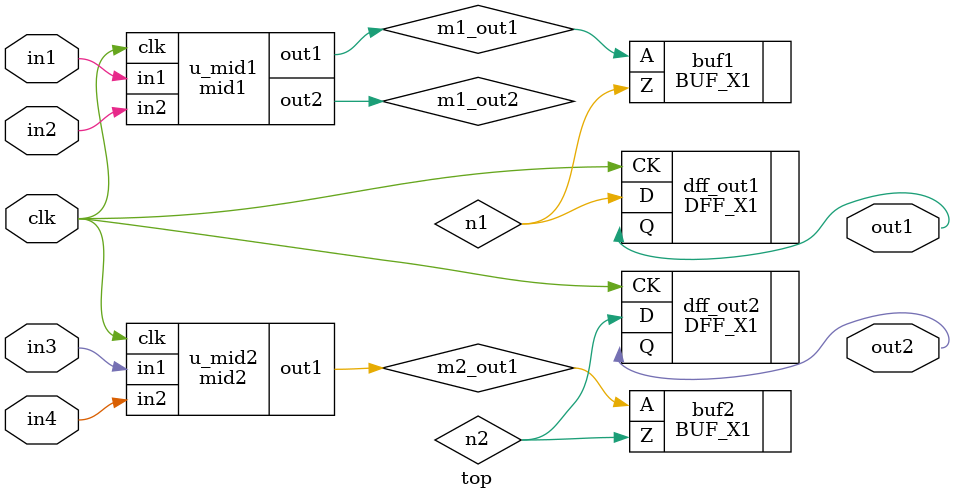
<source format=v>
module leaf1 (
  input clk,
  input in1,
  output out1
);

  wire n1, n2, n3;
  DFF_X1 dff1 (.D(in1), .CK(clk), .Q(n1));
  BUF_X1 buf1 (.A(n1), .Z(n2));
  BUF_X1 buf2 (.A(n2), .Z(n3));
  DFF_X1 dff2 (.D(n3), .CK(clk), .Q(out1));

endmodule

// Defines a leaf-level module with fanout, where one signal drives
// multiple buffers and registers. This introduces path divergence.
module leaf2 (
  input clk,
  input in1,
  output out1,
  output out2
);

  wire n1, n2, n3;
  DFF_X1 dff1 (.D(in1), .CK(clk), .Q(n1));
  BUF_X1 buf1 (.A(n1), .Z(n2));
  BUF_X1 buf2 (.A(n1), .Z(n3));
  DFF_X1 dff2 (.D(n2), .CK(clk), .Q(out1));
  DFF_X1 dff3 (.D(n3), .CK(clk), .Q(out2));

endmodule

// Defines a leaf-level module with a longer buffer chain to create
// a path with more significant delay.
module leaf3 (
  input clk,
  input in1,
  output out1
);

  wire n1, n2, n3, n4, n5;
  DFF_X1 dff1 (.D(in1), .CK(clk), .Q(n1));
  BUF_X1 buf1 (.A(n1), .Z(n2));
  BUF_X1 buf2 (.A(n2), .Z(n3));
  BUF_X1 buf3 (.A(n3), .Z(n4));
  BUF_X1 buf4 (.A(n4), .Z(n5));
  DFF_X1 dff2 (.D(n5), .CK(clk), .Q(out1));

endmodule

// Defines a simple leaf-level module that registers its input.
// This serves as a basic sequential element.
module leaf4 (
  input clk,
  input in1,
  output out1
);

  DFF_X1 dff1 (.D(in1), .CK(clk), .Q(out1));

endmodule

// Defines a mid-level module that instantiates leaf1 and leaf2,
// creating longer and more complex paths between them.
module mid1 (
  input clk,
  input in1,
  input in2,
  output out1,
  output out2
);

  wire l1_out, l2_out1, l2_out2;

  leaf1 u_leaf1 (
    .clk(clk),
    .in1(in1),
    .out1(l1_out)
  );

  leaf2 u_leaf2 (
    .clk(clk),
    .in1(in2),
    .out1(l2_out1),
    .out2(l2_out2)
  );

  DFF_X1 dff_out1 (.D(l1_out), .CK(clk), .Q(out1));
  DFF_X1 dff_out2 (.D(l2_out1), .CK(clk), .Q(out2));
  DFF_X1 dff_load1 (.D(l2_out1), .CK(clk), .Q());
  DFF_X1 dff_load2 (.D(l2_out1), .CK(clk), .Q());
  DFF_X1 dff_load3 (.D(l2_out1), .CK(clk), .Q());
  DFF_X1 dff_load4 (.D(l2_out1), .CK(clk), .Q());
  DFF_X1 dff_load5 (.D(l2_out1), .CK(clk), .Q());
  DFF_X1 dff_load6 (.D(l2_out1), .CK(clk), .Q());
  DFF_X1 dff_load7 (.D(l2_out1), .CK(clk), .Q());
  DFF_X1 dff_load8 (.D(l2_out1), .CK(clk), .Q());
  DFF_X1 dff_load9 (.D(l2_out1), .CK(clk), .Q());
  DFF_X1 dff_load10 (.D(l2_out1), .CK(clk), .Q());

endmodule

// Defines another mid-level module that instantiates leaf3 and leaf4,
// combining their paths.
module mid2 (
  input clk,
  input in1,
  input in2,
  output out1
);

  wire l3_out, l4_out;

  leaf3 u_leaf3 (
    .clk(clk),
    .in1(in1),
    .out1(l3_out)
  );

  leaf4 u_leaf4 (
    .clk(clk),
    .in1(in2),
    .out1(l4_out)
  );

  wire n1;
  BUF_X1 buf1 (.A(l3_out), .Z(n1));
  DFF_X1 dff_out1 (.D(n1), .CK(clk), .Q(out1));

endmodule

// Defines the top-level module that instantiates the mid-level modules,
// creating the final hierarchical structure with various timing paths.
module top (
  input clk,
  input in1,
  input in2,
  input in3,
  input in4,
  output out1,
  output out2
);

  wire m1_out1, m1_out2, m2_out1;

  mid1 u_mid1 (
    .clk(clk),
    .in1(in1),
    .in2(in2),
    .out1(m1_out1),
    .out2(m1_out2)
  );

  mid2 u_mid2 (
    .clk(clk),
    .in1(in3),
    .in2(in4),
    .out1(m2_out1)
  );

  wire n1, n2;
  BUF_X1 buf1 (.A(m1_out1), .Z(n1));
  BUF_X1 buf2 (.A(m2_out1), .Z(n2));

  DFF_X1 dff_out1 (.D(n1), .CK(clk), .Q(out1));
  DFF_X1 dff_out2 (.D(n2), .CK(clk), .Q(out2));

endmodule
</source>
